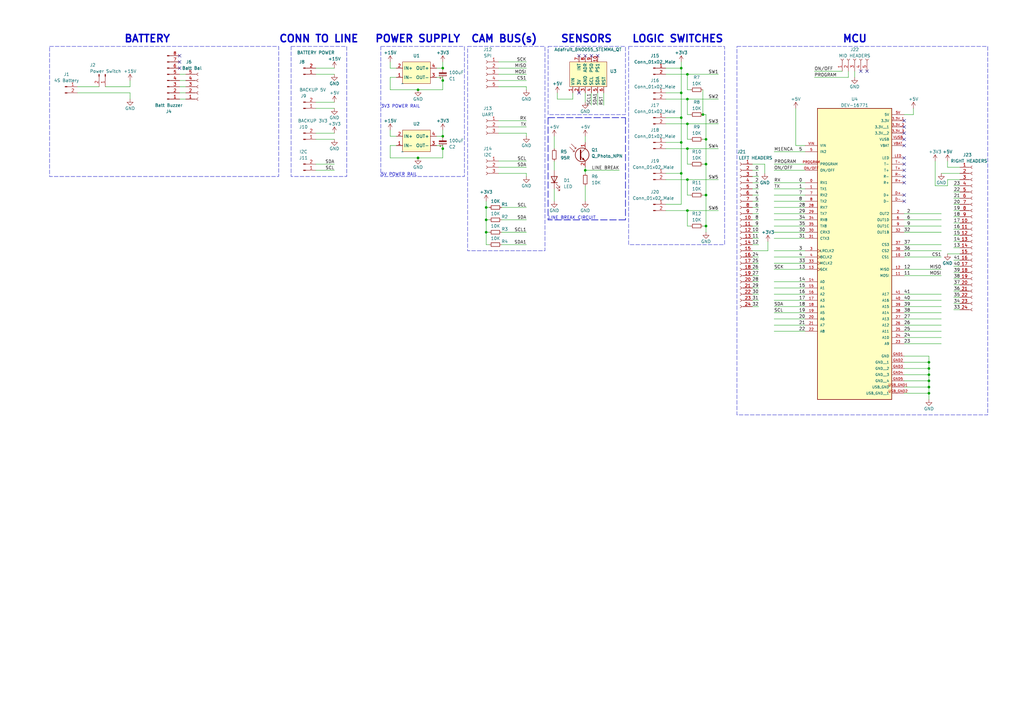
<source format=kicad_sch>
(kicad_sch (version 20230121) (generator eeschema)
  (paper "A3")
  (lib_symbols
    (symbol "+5V_1" (power) (pin_names (offset 0))
      (property "Value" "+5V_1" (at 0 3.556 0))
      (symbol "+5V_1_1_1"
        (pin power_in line (at 0 0 90) (length 0) hide (name "+5V") (number "1"))
      )
    )
    (symbol "Adafruit BNO055 STEMMA QT:Adafruit_BNO055_STEMMA_QT"
      (property "Reference" "U" (at -12.7 0 90))
      (property "Value" "Adafruit_BNO055_STEMMA_QT" (at -10.16 0 90))
      (symbol "Adafruit_BNO055_STEMMA_QT_1_1"
        (pin input line (at -6.35 -7.62 90) (length 2.54) (name "VIN") (number "1"))
        (pin input line (at 3.81 7.62 270) (length 2.54) (name "PS1") (number "10"))
        (pin input line (at -3.81 -7.62 90) (length 2.54) (name "3V") (number "2"))
        (pin input line (at -1.27 -7.62 90) (length 2.54) (name "GND") (number "3"))
        (pin input line (at 1.27 -7.62 90) (length 2.54) (name "SCL") (number "4"))
        (pin input line (at 3.81 -7.62 90) (length 2.54) (name "SDA") (number "5"))
        (pin input line (at 6.35 -7.62 90) (length 2.54) (name "RST") (number "6"))
        (pin input line (at -3.81 7.62 270) (length 2.54) (name "INT") (number "7"))
        (pin input line (at -1.27 7.62 270) (length 2.54) (name "ADR") (number "8"))
        (pin input line (at 1.27 7.62 270) (length 2.54) (name "PS0") (number "9"))
      )
    )
    (symbol "Connector:Conn_01x02_Male" (pin_names (offset 1.016) hide)
      (property "Reference" "J" (at 0 2.54 0))
      (property "Value" "Conn_01x02_Male" (at 0 -5.08 0))
      (symbol "Conn_01x02_Male_1_1"
        (pin passive line (at 5.08 0 180) (length 3.81) (name "Pin_1") (number "1"))
        (pin passive line (at 5.08 -2.54 180) (length 3.81) (name "Pin_2") (number "2"))
      )
    )
    (symbol "Connector:Conn_01x02_Pin" (pin_names (offset 1.016) hide)
      (property "Reference" "J" (at 0 2.54 0))
      (property "Value" "Conn_01x02_Pin" (at 0 -5.08 0))
      (symbol "Conn_01x02_Pin_1_1"
        (pin passive line (at 5.08 0 180) (length 3.81) (name "Pin_1") (number "1"))
        (pin passive line (at 5.08 -2.54 180) (length 3.81) (name "Pin_2") (number "2"))
      )
    )
    (symbol "Connector:Conn_01x03_Socket" (pin_names (offset 1.016) hide)
      (property "Reference" "J" (at 0 5.08 0))
      (property "Value" "Conn_01x03_Socket" (at 0 -5.08 0))
      (symbol "Conn_01x03_Socket_1_1"
        (pin passive line (at -5.08 2.54 0) (length 3.81) (name "Pin_1") (number "1"))
        (pin passive line (at -5.08 0 0) (length 3.81) (name "Pin_2") (number "2"))
        (pin passive line (at -5.08 -2.54 0) (length 3.81) (name "Pin_3") (number "3"))
      )
    )
    (symbol "Connector:Conn_01x05_Socket" (pin_names (offset 1.016) hide)
      (property "Reference" "J" (at 0 7.62 0))
      (property "Value" "Conn_01x05_Socket" (at 0 -7.62 0))
      (symbol "Conn_01x05_Socket_1_1"
        (pin passive line (at -5.08 5.08 0) (length 3.81) (name "Pin_1") (number "1"))
        (pin passive line (at -5.08 2.54 0) (length 3.81) (name "Pin_2") (number "2"))
        (pin passive line (at -5.08 0 0) (length 3.81) (name "Pin_3") (number "3"))
        (pin passive line (at -5.08 -2.54 0) (length 3.81) (name "Pin_4") (number "4"))
        (pin passive line (at -5.08 -5.08 0) (length 3.81) (name "Pin_5") (number "5"))
      )
    )
    (symbol "Connector:Conn_01x08_Pin" (pin_names (offset 1.016) hide)
      (property "Reference" "J" (at 0 10.16 0))
      (property "Value" "Conn_01x08_Pin" (at 0 -12.7 0))
      (symbol "Conn_01x08_Pin_1_1"
        (pin passive line (at 5.08 7.62 180) (length 3.81) (name "Pin_1") (number "1"))
        (pin passive line (at 5.08 5.08 180) (length 3.81) (name "Pin_2") (number "2"))
        (pin passive line (at 5.08 2.54 180) (length 3.81) (name "Pin_3") (number "3"))
        (pin passive line (at 5.08 0 180) (length 3.81) (name "Pin_4") (number "4"))
        (pin passive line (at 5.08 -2.54 180) (length 3.81) (name "Pin_5") (number "5"))
        (pin passive line (at 5.08 -5.08 180) (length 3.81) (name "Pin_6") (number "6"))
        (pin passive line (at 5.08 -7.62 180) (length 3.81) (name "Pin_7") (number "7"))
        (pin passive line (at 5.08 -10.16 180) (length 3.81) (name "Pin_8") (number "8"))
      )
    )
    (symbol "Connector:Conn_01x24_Female" (pin_names (offset 1.016) hide)
      (property "Reference" "J" (at 0 30.48 0))
      (property "Value" "Conn_01x24_Female" (at 0 -33.02 0))
      (symbol "Conn_01x24_Female_1_1"
        (pin passive line (at -5.08 27.94 0) (length 3.81) (name "Pin_1") (number "1"))
        (pin passive line (at -5.08 5.08 0) (length 3.81) (name "Pin_10") (number "10"))
        (pin passive line (at -5.08 2.54 0) (length 3.81) (name "Pin_11") (number "11"))
        (pin passive line (at -5.08 0 0) (length 3.81) (name "Pin_12") (number "12"))
        (pin passive line (at -5.08 -2.54 0) (length 3.81) (name "Pin_13") (number "13"))
        (pin passive line (at -5.08 -5.08 0) (length 3.81) (name "Pin_14") (number "14"))
        (pin passive line (at -5.08 -7.62 0) (length 3.81) (name "Pin_15") (number "15"))
        (pin passive line (at -5.08 -10.16 0) (length 3.81) (name "Pin_16") (number "16"))
        (pin passive line (at -5.08 -12.7 0) (length 3.81) (name "Pin_17") (number "17"))
        (pin passive line (at -5.08 -15.24 0) (length 3.81) (name "Pin_18") (number "18"))
        (pin passive line (at -5.08 -17.78 0) (length 3.81) (name "Pin_19") (number "19"))
        (pin passive line (at -5.08 25.4 0) (length 3.81) (name "Pin_2") (number "2"))
        (pin passive line (at -5.08 -20.32 0) (length 3.81) (name "Pin_20") (number "20"))
        (pin passive line (at -5.08 -22.86 0) (length 3.81) (name "Pin_21") (number "21"))
        (pin passive line (at -5.08 -25.4 0) (length 3.81) (name "Pin_22") (number "22"))
        (pin passive line (at -5.08 -27.94 0) (length 3.81) (name "Pin_23") (number "23"))
        (pin passive line (at -5.08 -30.48 0) (length 3.81) (name "Pin_24") (number "24"))
        (pin passive line (at -5.08 22.86 0) (length 3.81) (name "Pin_3") (number "3"))
        (pin passive line (at -5.08 20.32 0) (length 3.81) (name "Pin_4") (number "4"))
        (pin passive line (at -5.08 17.78 0) (length 3.81) (name "Pin_5") (number "5"))
        (pin passive line (at -5.08 15.24 0) (length 3.81) (name "Pin_6") (number "6"))
        (pin passive line (at -5.08 12.7 0) (length 3.81) (name "Pin_7") (number "7"))
        (pin passive line (at -5.08 10.16 0) (length 3.81) (name "Pin_8") (number "8"))
        (pin passive line (at -5.08 7.62 0) (length 3.81) (name "Pin_9") (number "9"))
      )
    )
    (symbol "Converter_DCDC:DC-DC_Multi-output_Buck_Converter"
      (property "Reference" "U" (at 0 1.27 0))
      (symbol "DC-DC_Multi-output_Buck_Converter_1_1"
        (pin input line (at -2.54 -2.54 0) (length 2.54) (name "IN-") (number "1"))
        (pin input line (at -2.54 -6.35 0) (length 2.54) (name "IN+") (number "2"))
        (pin input line (at 13.97 -2.54 180) (length 2.54) (name "OUT-") (number "3"))
        (pin input line (at 13.97 -6.35 180) (length 2.54) (name "OUT+") (number "4"))
      )
    )
    (symbol "DEV-16771:DEV-16771" (pin_names (offset 1.016))
      (property "Reference" "U" (at -15.24 52.07 0))
      (property "Value" "DEV-16771" (at -15.24 -71.12 0))
      (symbol "DEV-16771_0_0"
        (pin bidirectional line (at -20.32 20.32 0) (length 5.08) (name "RX1") (number "0"))
        (pin bidirectional line (at -20.32 17.78 0) (length 5.08) (name "TX1") (number "1"))
        (pin bidirectional line (at 20.32 -10.16 180) (length 5.08) (name "CS1") (number "10"))
        (pin bidirectional line (at 20.32 -17.78 180) (length 5.08) (name "MOSI") (number "11"))
        (pin bidirectional line (at 20.32 -15.24 180) (length 5.08) (name "MISO") (number "12"))
        (pin bidirectional clock (at -20.32 -15.24 0) (length 5.08) (name "SCK") (number "13"))
        (pin bidirectional line (at -20.32 -20.32 0) (length 5.08) (name "A0") (number "14"))
        (pin bidirectional line (at -20.32 -22.86 0) (length 5.08) (name "A1") (number "15"))
        (pin bidirectional line (at -20.32 -25.4 0) (length 5.08) (name "A2") (number "16"))
        (pin bidirectional line (at -20.32 -27.94 0) (length 5.08) (name "A3") (number "17"))
        (pin bidirectional line (at -20.32 -30.48 0) (length 5.08) (name "A4") (number "18"))
        (pin bidirectional line (at -20.32 -33.02 0) (length 5.08) (name "A5") (number "19"))
        (pin output line (at 20.32 7.62 180) (length 5.08) (name "OUT2") (number "2"))
        (pin bidirectional line (at -20.32 -35.56 0) (length 5.08) (name "A6") (number "20"))
        (pin bidirectional line (at -20.32 -38.1 0) (length 5.08) (name "A7") (number "21"))
        (pin bidirectional line (at -20.32 -40.64 0) (length 5.08) (name "A8") (number "22"))
        (pin bidirectional line (at 20.32 -45.72 180) (length 5.08) (name "A9") (number "23"))
        (pin bidirectional line (at 20.32 -43.18 180) (length 5.08) (name "A10") (number "24"))
        (pin bidirectional line (at 20.32 -40.64 180) (length 5.08) (name "A11") (number "25"))
        (pin bidirectional line (at 20.32 -38.1 180) (length 5.08) (name "A12") (number "26"))
        (pin bidirectional line (at 20.32 -35.56 180) (length 5.08) (name "A13") (number "27"))
        (pin bidirectional line (at -20.32 10.16 0) (length 5.08) (name "RX7") (number "28"))
        (pin bidirectional line (at -20.32 7.62 0) (length 5.08) (name "TX7") (number "29"))
        (pin bidirectional clock (at -20.32 -7.62 0) (length 5.08) (name "LRCLK2") (number "3"))
        (pin power_in line (at 20.32 45.72 180) (length 5.08) (name "3.3V") (number "3.3V_1"))
        (pin power_in line (at 20.32 43.18 180) (length 5.08) (name "3.3V__1") (number "3.3V_2"))
        (pin power_in line (at 20.32 40.64 180) (length 5.08) (name "3.3V__2") (number "3.3V_3"))
        (pin bidirectional line (at -20.32 0 0) (length 5.08) (name "CRX3") (number "30"))
        (pin bidirectional line (at -20.32 -2.54 0) (length 5.08) (name "CTX3") (number "31"))
        (pin output line (at 20.32 0 180) (length 5.08) (name "OUT1B") (number "32"))
        (pin bidirectional clock (at -20.32 -12.7 0) (length 5.08) (name "MCLK2") (number "33"))
        (pin bidirectional line (at -20.32 5.08 0) (length 5.08) (name "RX8") (number "34"))
        (pin bidirectional line (at -20.32 2.54 0) (length 5.08) (name "TX8") (number "35"))
        (pin bidirectional line (at 20.32 -7.62 180) (length 5.08) (name "CS2") (number "36"))
        (pin bidirectional line (at 20.32 -5.08 180) (length 5.08) (name "CS3") (number "37"))
        (pin bidirectional line (at 20.32 -33.02 180) (length 5.08) (name "A14") (number "38"))
        (pin bidirectional line (at 20.32 -30.48 180) (length 5.08) (name "A15") (number "39"))
        (pin bidirectional clock (at -20.32 -10.16 0) (length 5.08) (name "BCLK2") (number "4"))
        (pin bidirectional line (at 20.32 -27.94 180) (length 5.08) (name "A16") (number "40"))
        (pin bidirectional line (at 20.32 -25.4 180) (length 5.08) (name "A17") (number "41"))
        (pin bidirectional line (at -20.32 33.02 0) (length 5.08) (name "IN2") (number "5"))
        (pin power_in line (at 20.32 48.26 180) (length 5.08) (name "5V") (number "5V"))
        (pin output line (at 20.32 5.08 180) (length 5.08) (name "OUT1D") (number "6"))
        (pin bidirectional line (at -20.32 15.24 0) (length 5.08) (name "RX2") (number "7"))
        (pin bidirectional line (at -20.32 12.7 0) (length 5.08) (name "TX2") (number "8"))
        (pin output line (at 20.32 2.54 180) (length 5.08) (name "OUT1C") (number "9"))
        (pin bidirectional line (at 20.32 15.24 180) (length 5.08) (name "D+") (number "D+"))
        (pin bidirectional line (at 20.32 12.7 180) (length 5.08) (name "D-") (number "D-"))
        (pin power_in line (at 20.32 -50.8 180) (length 5.08) (name "GND") (number "GND1"))
        (pin power_in line (at 20.32 -53.34 180) (length 5.08) (name "GND__1") (number "GND2"))
        (pin power_in line (at 20.32 -55.88 180) (length 5.08) (name "GND__2") (number "GND3"))
        (pin power_in line (at 20.32 -58.42 180) (length 5.08) (name "GND__3") (number "GND4"))
        (pin power_in line (at 20.32 -60.96 180) (length 5.08) (name "GND__4") (number "GND5"))
        (pin bidirectional line (at 20.32 30.48 180) (length 5.08) (name "LED") (number "LED"))
        (pin bidirectional line (at -20.32 25.4 0) (length 5.08) (name "ON/OFF") (number "ON/OFF"))
        (pin bidirectional line (at -20.32 27.94 0) (length 5.08) (name "PROGRAM") (number "PROGRAM"))
        (pin bidirectional line (at 20.32 20.32 180) (length 5.08) (name "R+") (number "R+"))
        (pin bidirectional line (at 20.32 22.86 180) (length 5.08) (name "R-") (number "R-"))
        (pin bidirectional line (at 20.32 25.4 180) (length 5.08) (name "T+") (number "T+"))
        (pin bidirectional line (at 20.32 27.94 180) (length 5.08) (name "T-") (number "T-"))
        (pin power_in line (at 20.32 -63.5 180) (length 5.08) (name "USB_GND") (number "USB_GND1"))
        (pin power_in line (at 20.32 -66.04 180) (length 5.08) (name "USB_GND__1") (number "USB_GND2"))
        (pin passive line (at 20.32 35.56 180) (length 5.08) (name "VBAT") (number "VBAT"))
        (pin input line (at -20.32 35.56 0) (length 5.08) (name "VIN") (number "VIN"))
        (pin passive line (at 20.32 38.1 180) (length 5.08) (name "VUSB") (number "VUSB"))
      )
    )
    (symbol "Device:C_Polarized_Small" (pin_numbers hide) (pin_names (offset 0.254) hide)
      (property "Reference" "C" (at 0.254 1.778 0))
      (property "Value" "C_Polarized_Small" (at 0.254 -2.032 0))
      (symbol "C_Polarized_Small_1_1"
        (pin passive line (at 0 2.54 270) (length 1.8542) (name "~") (number "1"))
        (pin passive line (at 0 -2.54 90) (length 1.8542) (name "~") (number "2"))
      )
    )
    (symbol "Device:LED" (pin_numbers hide) (pin_names (offset 1.016) hide)
      (property "Reference" "D" (at 0 2.54 0))
      (property "Value" "LED" (at 0 -2.54 0))
      (symbol "LED_1_1"
        (pin passive line (at -3.81 0 0) (length 2.54) (name "K") (number "1"))
        (pin passive line (at 3.81 0 180) (length 2.54) (name "A") (number "2"))
      )
    )
    (symbol "Device:Q_Photo_NPN" (pin_names (offset 0) hide)
      (property "Reference" "Q" (at 5.08 1.27 0))
      (property "Value" "Q_Photo_NPN" (at 5.08 -1.27 0))
      (symbol "Q_Photo_NPN_1_1"
        (pin passive line (at 2.54 5.08 270) (length 2.54) (name "C") (number "1"))
        (pin passive line (at 2.54 -5.08 90) (length 2.54) (name "E") (number "2"))
      )
    )
    (symbol "Device:R_Small" (pin_numbers hide) (pin_names (offset 0.254) hide)
      (property "Reference" "R" (at 0.762 0.508 0))
      (property "Value" "R_Small" (at 0.762 -1.016 0))
      (symbol "R_Small_1_1"
        (pin passive line (at 0 2.54 270) (length 0.762) (name "~") (number "1"))
        (pin passive line (at 0 -2.54 90) (length 0.762) (name "~") (number "2"))
      )
    )
    (symbol "power:+15V" (power) (pin_names (offset 0))
      (property "Value" "+15V" (at 0 3.556 0))
      (symbol "+15V_1_1"
        (pin power_in line (at 0 0 90) (length 0) hide (name "+15V") (number "1"))
      )
    )
    (symbol "power:+3V3" (power) (pin_names (offset 0))
      (property "Value" "+3V3" (at 0 3.556 0))
      (symbol "+3V3_1_1"
        (pin power_in line (at 0 0 90) (length 0) hide (name "+3V3") (number "1"))
      )
    )
    (symbol "power:+5V" (power) (pin_names (offset 0))
      (property "Value" "+5V" (at 0 3.556 0))
      (symbol "+5V_1_1"
        (pin power_in line (at 0 0 90) (length 0) hide (name "+5V") (number "1"))
      )
    )
    (symbol "power:GND" (power) (pin_names (offset 0))
      (property "Value" "GND" (at 0 -3.81 0))
      (symbol "GND_1_1"
        (pin power_in line (at 0 0 270) (length 0) hide (name "GND") (number "1"))
      )
    )
  )
  (junction (at 288.29 46.99))
  (junction (at 289.56 67.31))
  (junction (at 281.94 73.66))
  (junction (at 281.94 30.48))
  (junction (at 281.94 50.8))
  (junction (at 199.39 90.17))
  (junction (at 171.45 36.83))
  (junction (at 381 156.21))
  (junction (at 281.94 60.96))
  (junction (at 289.56 57.15))
  (junction (at 199.39 95.25))
  (junction (at 240.03 69.85))
  (junction (at 279.4 48.26))
  (junction (at 279.4 27.94))
  (junction (at 381 153.67))
  (junction (at 289.56 80.01))
  (junction (at 381 161.29))
  (junction (at 181.61 55.88))
  (junction (at 279.4 71.12))
  (junction (at 199.39 85.09))
  (junction (at 281.94 86.36))
  (junction (at 279.4 58.42))
  (junction (at 381 158.75))
  (junction (at 281.94 40.64))
  (junction (at 289.56 92.71))
  (junction (at 279.4 38.1))
  (junction (at 181.61 33.02))
  (junction (at 181.61 60.96))
  (junction (at 381 151.13))
  (junction (at 181.61 27.94))
  (junction (at 381 148.59))
  (junction (at 171.45 64.77))
  (no_connect (at 73.66 25.4))
  (no_connect (at 240.03 22.86))
  (no_connect (at 370.84 49.53))
  (no_connect (at 370.84 64.77))
  (no_connect (at 370.84 52.07))
  (no_connect (at 370.84 82.55))
  (no_connect (at 370.84 80.01))
  (no_connect (at 245.11 22.86))
  (no_connect (at 370.84 57.15))
  (no_connect (at 237.49 22.86))
  (no_connect (at 73.66 27.94))
  (no_connect (at 355.6 29.21))
  (no_connect (at 242.57 22.86))
  (no_connect (at 370.84 72.39))
  (no_connect (at 370.84 69.85))
  (no_connect (at 73.66 22.86))
  (no_connect (at 370.84 67.31))
  (no_connect (at 370.84 74.93))
  (no_connect (at 370.84 54.61))
  (no_connect (at 370.84 59.69))
  (no_connect (at 237.49 38.1))
  (no_connect (at 353.06 29.21))
  (wire (pts (xy 317.5 130.81) (xy 330.2 130.81)))
  (wire (pts (xy 370.84 156.21) (xy 381 156.21)))
  (wire (pts (xy 317.5 110.49) (xy 330.2 110.49)))
  (wire (pts (xy 370.84 128.27) (xy 386.08 128.27)))
  (wire (pts (xy 317.5 97.79) (xy 330.2 97.79)))
  (wire (pts (xy 393.7 73.66) (xy 388.62 73.66)))
  (wire (pts (xy 381 161.29) (xy 381 163.83)))
  (wire (pts (xy 388.62 73.66) (xy 388.62 76.2)))
  (wire (pts (xy 234.95 40.64) (xy 228.6 40.64)))
  (wire (pts (xy 370.84 153.67) (xy 381 153.67)))
  (wire (pts (xy 31.75 35.56) (xy 40.64 35.56)))
  (wire (pts (xy 381 148.59) (xy 381 151.13)))
  (wire (pts (xy 205.74 95.25) (xy 215.9 95.25)))
  (wire (pts (xy 391.16 83.82) (xy 393.7 83.82)))
  (wire (pts (xy 240.03 69.85) (xy 254 69.85)))
  (wire (pts (xy 391.16 76.2) (xy 393.7 76.2)))
  (wire (pts (xy 347.98 29.21) (xy 347.98 31.75)))
  (wire (pts (xy 181.61 27.94) (xy 181.61 25.4)))
  (wire (pts (xy 317.5 120.65) (xy 330.2 120.65)))
  (wire (pts (xy 391.16 127) (xy 393.7 127)))
  (wire (pts (xy 317.5 95.25) (xy 330.2 95.25)))
  (wire (pts (xy 311.15 80.01) (xy 308.61 80.01)))
  (wire (pts (xy 204.47 35.56) (xy 215.9 35.56)))
  (wire (pts (xy 281.94 60.96) (xy 294.64 60.96)))
  (wire (pts (xy 200.66 95.25) (xy 199.39 95.25)))
  (wire (pts (xy 281.94 50.8) (xy 294.64 50.8)))
  (wire (pts (xy 350.52 29.21) (xy 350.52 31.75)))
  (wire (pts (xy 374.65 46.99) (xy 374.65 44.45)))
  (wire (pts (xy 391.16 106.68) (xy 393.7 106.68)))
  (wire (pts (xy 171.45 36.83) (xy 181.61 36.83)))
  (wire (pts (xy 311.15 100.33) (xy 308.61 100.33)))
  (wire (pts (xy 53.34 33.02) (xy 53.34 35.56)))
  (wire (pts (xy 313.69 67.31) (xy 313.69 71.12)))
  (wire (pts (xy 391.16 116.84) (xy 393.7 116.84)))
  (wire (pts (xy 370.84 105.41) (xy 386.08 105.41)))
  (wire (pts (xy 391.16 111.76) (xy 393.7 111.76)))
  (wire (pts (xy 200.66 90.17) (xy 199.39 90.17)))
  (wire (pts (xy 311.15 74.93) (xy 308.61 74.93)))
  (wire (pts (xy 199.39 82.55) (xy 199.39 85.09)))
  (wire (pts (xy 391.16 114.3) (xy 393.7 114.3)))
  (wire (pts (xy 311.15 87.63) (xy 308.61 87.63)))
  (wire (pts (xy 242.57 43.18) (xy 242.57 38.1)))
  (wire (pts (xy 129.54 30.48) (xy 137.16 30.48)))
  (wire (pts (xy 281.94 30.48) (xy 294.64 30.48)))
  (wire (pts (xy 273.05 58.42) (xy 279.4 58.42)))
  (wire (pts (xy 289.56 57.15) (xy 289.56 67.31)))
  (wire (pts (xy 370.84 161.29) (xy 381 161.29)))
  (wire (pts (xy 181.61 60.96) (xy 181.61 59.69)))
  (wire (pts (xy 205.74 85.09) (xy 215.9 85.09)))
  (wire (pts (xy 391.16 96.52) (xy 393.7 96.52)))
  (wire (pts (xy 281.94 30.48) (xy 281.94 36.83)))
  (wire (pts (xy 204.47 27.94) (xy 215.9 27.94)))
  (wire (pts (xy 311.15 97.79) (xy 308.61 97.79)))
  (polyline (pts (xy 256.54 90.17) (xy 224.79 90.17)) (stroke (width 0.25) (type dash)))
  (wire (pts (xy 311.15 120.65) (xy 308.61 120.65)))
  (wire (pts (xy 317.5 125.73) (xy 330.2 125.73)))
  (wire (pts (xy 240.03 55.88) (xy 240.03 58.42)))
  (wire (pts (xy 289.56 80.01) (xy 289.56 92.71)))
  (wire (pts (xy 311.15 85.09) (xy 308.61 85.09)))
  (wire (pts (xy 279.4 25.4) (xy 279.4 27.94)))
  (wire (pts (xy 273.05 86.36) (xy 281.94 86.36)))
  (wire (pts (xy 317.5 123.19) (xy 330.2 123.19)))
  (wire (pts (xy 391.16 124.46) (xy 393.7 124.46)))
  (wire (pts (xy 370.84 146.05) (xy 381 146.05)))
  (wire (pts (xy 311.15 105.41) (xy 308.61 105.41)))
  (wire (pts (xy 273.05 48.26) (xy 279.4 48.26)))
  (wire (pts (xy 281.94 60.96) (xy 281.94 67.31)))
  (wire (pts (xy 317.5 92.71) (xy 330.2 92.71)))
  (wire (pts (xy 288.29 92.71) (xy 289.56 92.71)))
  (wire (pts (xy 281.94 46.99) (xy 283.21 46.99)))
  (wire (pts (xy 240.03 76.2) (xy 240.03 82.55)))
  (wire (pts (xy 370.84 92.71) (xy 386.08 92.71)))
  (wire (pts (xy 381 153.67) (xy 381 156.21)))
  (wire (pts (xy 199.39 90.17) (xy 199.39 95.25)))
  (wire (pts (xy 228.6 38.1) (xy 228.6 40.64)))
  (wire (pts (xy 317.5 90.17) (xy 330.2 90.17)))
  (wire (pts (xy 281.94 73.66) (xy 294.64 73.66)))
  (wire (pts (xy 160.02 64.77) (xy 171.45 64.77)))
  (wire (pts (xy 273.05 60.96) (xy 281.94 60.96)))
  (wire (pts (xy 245.11 43.18) (xy 245.11 38.1)))
  (polyline (pts (xy 256.54 48.26) (xy 256.54 90.17)) (stroke (width 0.25) (type dash)))
  (wire (pts (xy 227.33 66.04) (xy 227.33 69.85)))
  (wire (pts (xy 311.15 125.73) (xy 308.61 125.73)))
  (wire (pts (xy 160.02 59.69) (xy 160.02 64.77)))
  (wire (pts (xy 281.94 73.66) (xy 281.94 80.01)))
  (wire (pts (xy 199.39 100.33) (xy 199.39 95.25)))
  (wire (pts (xy 281.94 80.01) (xy 283.21 80.01)))
  (wire (pts (xy 273.05 83.82) (xy 279.4 83.82)))
  (wire (pts (xy 370.84 95.25) (xy 386.08 95.25)))
  (wire (pts (xy 281.94 50.8) (xy 281.94 57.15)))
  (wire (pts (xy 240.03 68.58) (xy 240.03 69.85)))
  (wire (pts (xy 381 158.75) (xy 381 161.29)))
  (wire (pts (xy 240.03 69.85) (xy 240.03 71.12)))
  (wire (pts (xy 171.45 64.77) (xy 181.61 64.77)))
  (wire (pts (xy 281.94 67.31) (xy 283.21 67.31)))
  (wire (pts (xy 204.47 25.4) (xy 215.9 25.4)))
  (wire (pts (xy 391.16 78.74) (xy 393.7 78.74)))
  (wire (pts (xy 388.62 68.58) (xy 393.7 68.58)))
  (wire (pts (xy 381 151.13) (xy 381 153.67)))
  (wire (pts (xy 334.01 31.75) (xy 347.98 31.75)))
  (wire (pts (xy 308.61 67.31) (xy 313.69 67.31)))
  (wire (pts (xy 370.84 46.99) (xy 374.65 46.99)))
  (wire (pts (xy 204.47 52.07) (xy 215.9 52.07)))
  (wire (pts (xy 227.33 77.47) (xy 227.33 82.55)))
  (wire (pts (xy 73.66 33.02) (xy 76.2 33.02)))
  (wire (pts (xy 370.84 100.33) (xy 386.08 100.33)))
  (wire (pts (xy 279.4 58.42) (xy 279.4 71.12)))
  (wire (pts (xy 281.94 57.15) (xy 283.21 57.15)))
  (wire (pts (xy 370.84 133.35) (xy 386.08 133.35)))
  (wire (pts (xy 288.29 67.31) (xy 289.56 67.31)))
  (wire (pts (xy 137.16 41.91) (xy 129.54 41.91)))
  (wire (pts (xy 317.5 102.87) (xy 330.2 102.87)))
  (polyline (pts (xy 224.79 48.26) (xy 256.54 48.26)) (stroke (width 0.25) (type dash)))
  (wire (pts (xy 43.18 35.56) (xy 53.34 35.56)))
  (wire (pts (xy 370.84 123.19) (xy 386.08 123.19)))
  (wire (pts (xy 53.34 40.64) (xy 53.34 38.1)))
  (wire (pts (xy 370.84 110.49) (xy 386.08 110.49)))
  (wire (pts (xy 391.16 101.6) (xy 393.7 101.6)))
  (wire (pts (xy 279.4 38.1) (xy 279.4 48.26)))
  (wire (pts (xy 370.84 135.89) (xy 386.08 135.89)))
  (wire (pts (xy 281.94 86.36) (xy 281.94 92.71)))
  (wire (pts (xy 279.4 27.94) (xy 279.4 38.1)))
  (wire (pts (xy 279.4 48.26) (xy 279.4 58.42)))
  (wire (pts (xy 391.16 93.98) (xy 393.7 93.98)))
  (wire (pts (xy 181.61 31.75) (xy 179.07 31.75)))
  (wire (pts (xy 391.16 119.38) (xy 393.7 119.38)))
  (wire (pts (xy 273.05 38.1) (xy 279.4 38.1)))
  (wire (pts (xy 391.16 88.9) (xy 393.7 88.9)))
  (wire (pts (xy 308.61 102.87) (xy 314.96 102.87)))
  (wire (pts (xy 205.74 90.17) (xy 215.9 90.17)))
  (wire (pts (xy 381 156.21) (xy 381 158.75)))
  (wire (pts (xy 317.5 69.85) (xy 330.2 69.85)))
  (wire (pts (xy 311.15 69.85) (xy 308.61 69.85)))
  (wire (pts (xy 160.02 25.4) (xy 160.02 27.94)))
  (wire (pts (xy 279.4 71.12) (xy 279.4 83.82)))
  (wire (pts (xy 311.15 115.57) (xy 308.61 115.57)))
  (wire (pts (xy 317.5 105.41) (xy 330.2 105.41)))
  (wire (pts (xy 391.16 121.92) (xy 393.7 121.92)))
  (wire (pts (xy 160.02 55.88) (xy 162.56 55.88)))
  (wire (pts (xy 247.65 43.18) (xy 247.65 38.1)))
  (wire (pts (xy 311.15 92.71) (xy 308.61 92.71)))
  (wire (pts (xy 317.5 85.09) (xy 330.2 85.09)))
  (wire (pts (xy 311.15 82.55) (xy 308.61 82.55)))
  (wire (pts (xy 179.07 55.88) (xy 181.61 55.88)))
  (wire (pts (xy 204.47 68.58) (xy 215.9 68.58)))
  (wire (pts (xy 388.62 76.2) (xy 383.54 76.2)))
  (wire (pts (xy 370.84 125.73) (xy 386.08 125.73)))
  (wire (pts (xy 370.84 102.87) (xy 386.08 102.87)))
  (wire (pts (xy 129.54 27.94) (xy 137.16 27.94)))
  (wire (pts (xy 391.16 99.06) (xy 393.7 99.06)))
  (wire (pts (xy 317.5 128.27) (xy 330.2 128.27)))
  (wire (pts (xy 330.2 59.69) (xy 326.39 59.69)))
  (polyline (pts (xy 224.79 48.26) (xy 224.79 90.17)) (stroke (width 0.25) (type dash)))
  (wire (pts (xy 370.84 151.13) (xy 381 151.13)))
  (wire (pts (xy 273.05 30.48) (xy 281.94 30.48)))
  (wire (pts (xy 204.47 54.61) (xy 215.9 54.61)))
  (wire (pts (xy 370.84 120.65) (xy 386.08 120.65)))
  (wire (pts (xy 311.15 72.39) (xy 308.61 72.39)))
  (wire (pts (xy 311.15 110.49) (xy 308.61 110.49)))
  (wire (pts (xy 76.2 35.56) (xy 73.66 35.56)))
  (wire (pts (xy 181.61 36.83) (xy 181.61 33.02)))
  (wire (pts (xy 311.15 113.03) (xy 308.61 113.03)))
  (wire (pts (xy 311.15 107.95) (xy 308.61 107.95)))
  (wire (pts (xy 311.15 118.11) (xy 308.61 118.11)))
  (wire (pts (xy 311.15 77.47) (xy 308.61 77.47)))
  (wire (pts (xy 160.02 31.75) (xy 160.02 36.83)))
  (wire (pts (xy 273.05 27.94) (xy 279.4 27.94)))
  (wire (pts (xy 137.16 67.31) (xy 129.54 67.31)))
  (wire (pts (xy 162.56 59.69) (xy 160.02 59.69)))
  (wire (pts (xy 281.94 40.64) (xy 294.64 40.64)))
  (wire (pts (xy 204.47 66.04) (xy 215.9 66.04)))
  (wire (pts (xy 317.5 87.63) (xy 330.2 87.63)))
  (wire (pts (xy 311.15 95.25) (xy 308.61 95.25)))
  (wire (pts (xy 227.33 55.88) (xy 227.33 60.96)))
  (wire (pts (xy 334.01 29.21) (xy 345.44 29.21)))
  (wire (pts (xy 204.47 33.02) (xy 215.9 33.02)))
  (wire (pts (xy 370.84 130.81) (xy 386.08 130.81)))
  (wire (pts (xy 314.96 99.06) (xy 314.96 102.87)))
  (wire (pts (xy 204.47 30.48) (xy 215.9 30.48)))
  (wire (pts (xy 383.54 66.04) (xy 383.54 76.2)))
  (wire (pts (xy 234.95 38.1) (xy 234.95 40.64)))
  (wire (pts (xy 181.61 33.02) (xy 181.61 31.75)))
  (wire (pts (xy 200.66 85.09) (xy 199.39 85.09)))
  (wire (pts (xy 391.16 86.36) (xy 393.7 86.36)))
  (wire (pts (xy 370.84 158.75) (xy 381 158.75)))
  (wire (pts (xy 317.5 82.55) (xy 330.2 82.55)))
  (wire (pts (xy 370.84 148.59) (xy 381 148.59)))
  (wire (pts (xy 199.39 85.09) (xy 199.39 90.17)))
  (wire (pts (xy 215.9 35.56) (xy 215.9 36.83)))
  (wire (pts (xy 393.7 71.12) (xy 386.08 71.12)))
  (wire (pts (xy 317.5 77.47) (xy 330.2 77.47)))
  (wire (pts (xy 288.29 46.99) (xy 289.56 46.99)))
  (wire (pts (xy 179.07 27.94) (xy 181.61 27.94)))
  (wire (pts (xy 326.39 44.45) (xy 326.39 59.69)))
  (wire (pts (xy 317.5 80.01) (xy 330.2 80.01)))
  (wire (pts (xy 388.62 68.58) (xy 388.62 66.04)))
  (wire (pts (xy 31.75 38.1) (xy 53.34 38.1)))
  (wire (pts (xy 273.05 73.66) (xy 281.94 73.66)))
  (wire (pts (xy 388.62 104.14) (xy 393.7 104.14)))
  (wire (pts (xy 317.5 133.35) (xy 330.2 133.35)))
  (wire (pts (xy 205.74 100.33) (xy 215.9 100.33)))
  (wire (pts (xy 129.54 54.61) (xy 137.16 54.61)))
  (wire (pts (xy 137.16 69.85) (xy 129.54 69.85)))
  (wire (pts (xy 240.03 38.1) (xy 240.03 41.91)))
  (wire (pts (xy 289.56 46.99) (xy 289.56 57.15)))
  (wire (pts (xy 288.29 80.01) (xy 289.56 80.01)))
  (wire (pts (xy 317.5 118.11) (xy 330.2 118.11)))
  (wire (pts (xy 181.61 59.69) (xy 179.07 59.69)))
  (wire (pts (xy 317.5 107.95) (xy 330.2 107.95)))
  (wire (pts (xy 181.61 64.77) (xy 181.61 60.96)))
  (wire (pts (xy 370.84 113.03) (xy 386.08 113.03)))
  (wire (pts (xy 317.5 67.31) (xy 330.2 67.31)))
  (wire (pts (xy 370.84 87.63) (xy 386.08 87.63)))
  (wire (pts (xy 281.94 36.83) (xy 283.21 36.83)))
  (wire (pts (xy 181.61 55.88) (xy 181.61 53.34)))
  (wire (pts (xy 273.05 71.12) (xy 279.4 71.12)))
  (wire (pts (xy 204.47 49.53) (xy 215.9 49.53)))
  (wire (pts (xy 215.9 71.12) (xy 215.9 72.39)))
  (wire (pts (xy 160.02 36.83) (xy 171.45 36.83)))
  (wire (pts (xy 288.29 36.83) (xy 288.29 46.99)))
  (wire (pts (xy 215.9 54.61) (xy 215.9 55.88)))
  (wire (pts (xy 273.05 40.64) (xy 281.94 40.64)))
  (wire (pts (xy 311.15 123.19) (xy 308.61 123.19)))
  (wire (pts (xy 370.84 138.43) (xy 386.08 138.43)))
  (wire (pts (xy 281.94 40.64) (xy 281.94 46.99)))
  (wire (pts (xy 391.16 109.22) (xy 393.7 109.22)))
  (wire (pts (xy 200.66 100.33) (xy 199.39 100.33)))
  (wire (pts (xy 137.16 44.45) (xy 129.54 44.45)))
  (wire (pts (xy 381 146.05) (xy 381 148.59)))
  (wire (pts (xy 289.56 92.71) (xy 289.56 95.25)))
  (wire (pts (xy 160.02 27.94) (xy 162.56 27.94)))
  (wire (pts (xy 386.08 140.97) (xy 370.84 140.97)))
  (wire (pts (xy 391.16 91.44) (xy 393.7 91.44)))
  (wire (pts (xy 76.2 40.64) (xy 73.66 40.64)))
  (wire (pts (xy 317.5 62.23) (xy 330.2 62.23)))
  (wire (pts (xy 317.5 115.57) (xy 330.2 115.57)))
  (wire (pts (xy 73.66 30.48) (xy 76.2 30.48)))
  (wire (pts (xy 311.15 90.17) (xy 308.61 90.17)))
  (wire (pts (xy 317.5 135.89) (xy 330.2 135.89)))
  (wire (pts (xy 129.54 57.15) (xy 137.16 57.15)))
  (wire (pts (xy 76.2 38.1) (xy 73.66 38.1)))
  (wire (pts (xy 317.5 74.93) (xy 330.2 74.93)))
  (wire (pts (xy 273.05 50.8) (xy 281.94 50.8)))
  (wire (pts (xy 204.47 71.12) (xy 215.9 71.12)))
  (wire (pts (xy 281.94 86.36) (xy 294.64 86.36)))
  (wire (pts (xy 162.56 31.75) (xy 160.02 31.75)))
  (wire (pts (xy 288.29 57.15) (xy 289.56 57.15)))
  (wire (pts (xy 391.16 81.28) (xy 393.7 81.28)))
  (wire (pts (xy 160.02 53.34) (xy 160.02 55.88)))
  (wire (pts (xy 289.56 67.31) (xy 289.56 80.01)))
  (wire (pts (xy 281.94 92.71) (xy 283.21 92.71)))
  (wire (pts (xy 370.84 90.17) (xy 386.08 90.17)))
  (rectangle (start 119.38 19.05) (end 142.24 72.39) (stroke (width 0) (type dash)))
  (rectangle (start 191.77 19.05) (end 223.52 102.87) (stroke (width 0) (type dash)))
  (rectangle (start 156.21 19.05) (end 190.5 72.39) (stroke (width 0) (type dash)))
  (rectangle (start 20.32 19.05) (end 114.3 72.39) (stroke (width 0) (type dash)))
  (rectangle (start 257.81 19.05) (end 297.18 100.33) (stroke (width 0) (type dash)))
  (rectangle (start 302.26 19.05) (end 405.13 170.18) (stroke (width 0) (type dash)))
  (rectangle (start 224.79 19.05) (end 256.54 46.99) (stroke (width 0) (type dash)))
  (text "MCU " (at 345.44 17.78 0) (effects (font (size 3 3) (thickness 0.6) bold) (justify left bottom)))
  (text "POWER SUPPLY" (at 153.67 17.78 0) (effects (font (size 3 3) (thickness 0.6) bold) (justify left bottom)))
  (text "LOGIC SWITCHES" (at 259.08 17.78 0) (effects (font (size 3 3) (thickness 0.6) bold) (justify left bottom)))
  (text "5V POWER RAIL" (at 156.21 72.39 0) (effects (font (size 1.27 1.27)) (justify left bottom)))
  (text "LINE BREAK CIRCUIT" (at 224.79 90.17 0) (effects (font (size 1.27 1.27)) (justify left bottom)))
  (text "CONN TO LINE" (at 114.3 17.78 0) (effects (font (size 3 3) (thickness 0.6) bold) (justify left bottom)))
  (text "BATTERY" (at 50.8 17.78 0) (effects (font (size 3 3) (thickness 0.6) bold) (justify left bottom)))
  (text "3V3 POWER RAIL" (at 156.21 44.45 0) (effects (font (size 1.27 1.27)) (justify left bottom)))
  (text "SENSORS" (at 229.87 17.78 0) (effects (font (size 3 3) (thickness 0.6) bold) (justify left bottom)))
  (text "CAM BUS(s)" (at 193.04 17.78 0) (effects (font (size 3 3) (thickness 0.6) bold) (justify left bottom)))
  (label "RX" (at 317.5 74.93 0))
  (label "38" (at 373.38 128.27 180))
  (label "2" (at 373.38 87.63 180))
  (label "9" (at 373.38 92.71 180))
  (label "21" (at 327.66 133.35 0))
  (label "RX" (at 215.9 49.53 180))
  (label "41" (at 373.38 120.65 180))
  (label "27" (at 373.38 130.81 180))
  (label "28" (at 311.15 115.57 180))
  (label "7" (at 327.66 80.01 0))
  (label "26" (at 311.15 110.49 180))
  (label "20" (at 327.66 130.81 0))
  (label "ON{slash}OFF" (at 334.01 29.21 0))
  (label "19" (at 327.66 128.27 0))
  (label "ON{slash}OFF" (at 317.5 69.85 0))
  (label "16" (at 391.16 93.98 0))
  (label "18" (at 391.16 88.9 0))
  (label "TX" (at 215.9 52.07 180))
  (label "5" (at 327.66 62.23 0))
  (label "30" (at 311.15 120.65 180))
  (label "13" (at 391.16 101.6 0))
  (label "21" (at 391.16 81.28 0))
  (label "29" (at 327.66 87.63 0))
  (label "13" (at 327.66 110.49 0))
  (label "18" (at 327.66 125.73 0))
  (label "19" (at 391.16 86.36 0))
  (label "25" (at 311.15 107.95 180))
  (label "CS1" (at 386.08 105.41 180))
  (label "15" (at 391.16 96.52 0))
  (label "SW5" (at 294.64 73.66 180))
  (label "6" (at 311.15 85.09 180))
  (label "31" (at 311.15 123.19 180))
  (label "MOSI" (at 386.08 113.03 180))
  (label "30" (at 327.66 95.25 0))
  (label "14" (at 391.16 99.06 0))
  (label "1" (at 327.66 77.47 0))
  (label "27" (at 311.15 113.03 180))
  (label "25" (at 373.38 135.89 180))
  (label "SW1" (at 294.64 30.48 180))
  (label "4" (at 327.66 105.41 0))
  (label "3" (at 327.66 102.87 0))
  (label "33" (at 391.16 127 0))
  (label "11" (at 373.38 113.03 180))
  (label "32" (at 373.38 95.25 180))
  (label "33" (at 327.66 107.95 0))
  (label "SW2" (at 294.64 40.64 180))
  (label "SDA1" (at 215.9 100.33 180))
  (label "23" (at 373.38 140.97 180))
  (label "SW4" (at 294.64 60.96 180))
  (label "SDA" (at 137.16 67.31 180))
  (label "34" (at 391.16 124.46 0))
  (label "26" (at 373.38 133.35 180))
  (label "6" (at 373.38 90.17 180))
  (label "0" (at 311.15 69.85 180))
  (label "SCL" (at 137.16 69.85 180))
  (label "SDA" (at 215.9 68.58 180))
  (label "M1ENCA" (at 317.5 62.23 0))
  (label "MISO" (at 386.08 110.49 180))
  (label "34" (at 327.66 90.17 0))
  (label "SW3" (at 294.64 50.8 180))
  (label "14" (at 327.66 115.57 0))
  (label "MISO" (at 215.9 27.94 180))
  (label "37" (at 373.38 100.33 180))
  (label "SCL1" (at 242.57 43.18 90))
  (label "40" (at 391.16 109.22 0))
  (label "CS1" (at 215.9 33.02 180))
  (label "5" (at 311.15 82.55 180))
  (label "PROGRAM" (at 334.01 31.75 0))
  (label "SCK" (at 317.5 110.49 0))
  (label "15" (at 327.66 118.11 0))
  (label "40" (at 373.38 123.19 180))
  (label "10" (at 373.38 105.41 180))
  (label "3" (at 311.15 77.47 180))
  (label "0" (at 327.66 74.93 0))
  (label "16" (at 327.66 120.65 0))
  (label "28" (at 327.66 85.09 0))
  (label "LINE BREAK" (at 254 69.85 180))
  (label "35" (at 391.16 121.92 0))
  (label "4" (at 311.15 80.01 180))
  (label "SCL" (at 317.5 128.27 0))
  (label "36" (at 373.38 102.87 180))
  (label "1" (at 311.15 72.39 180))
  (label "20" (at 391.16 83.82 0))
  (label "17" (at 327.66 123.19 0))
  (label "41" (at 391.16 106.68 0))
  (label "24" (at 311.15 105.41 180))
  (label "12" (at 373.38 110.49 180))
  (label "39" (at 373.38 125.73 180))
  (label "32" (at 311.15 125.73 180))
  (label "39" (at 391.16 111.76 0))
  (label "37" (at 391.16 116.84 0))
  (label "22" (at 391.16 78.74 0))
  (label "23" (at 391.16 76.2 0))
  (label "SCK" (at 215.9 25.4 180))
  (label "SDA" (at 215.9 90.17 180))
  (label "8" (at 327.66 82.55 0))
  (label "SCL" (at 215.9 85.09 180))
  (label "35" (at 327.66 92.71 0))
  (label "29" (at 311.15 118.11 180))
  (label "RST" (at 247.65 43.18 90))
  (label "MOSI" (at 215.9 30.48 180))
  (label "2" (at 311.15 74.93 180))
  (label "22" (at 327.66 135.89 0))
  (label "36" (at 391.16 119.38 0))
  (label "24" (at 373.38 138.43 180))
  (label "SDA" (at 317.5 125.73 0))
  (label "SW6" (at 294.64 86.36 180))
  (label "SCL" (at 215.9 66.04 180))
  (label "8" (at 311.15 90.17 180))
  (label "7" (at 311.15 87.63 180))
  (label "11" (at 311.15 97.79 180))
  (label "SDA1" (at 245.11 43.18 90))
  (label "TX" (at 317.5 77.47 0))
  (label "38" (at 391.16 114.3 0))
  (label "17" (at 391.16 91.44 0))
  (label "12" (at 311.15 100.33 180))
  (label "10" (at 311.15 95.25 180))
  (label "SCL1" (at 215.9 95.25 180))
  (label "9" (at 311.15 92.71 180))
  (label "PROGRAM" (at 317.5 67.31 0))
  (label "31" (at 327.66 97.79 0))
  (symbol (lib_id "Device:C_Polarized_Small") (at 181.61 30.48 0) (mirror x) (unit 1)
    (property "Reference" "C1" (at 184.15 32.2961 0) (effects (justify left)))
    (property "Value" "100uF" (at 184.15 29.7561 0) (effects (justify left)))
    (property "Footprint" "Capacitor_THT:CP_Radial_D10.0mm_P5.00mm" (effects hide))
  )
  (symbol (lib_id "power:+3V3") (at 279.4 25.4 0) (unit 1)
    (property "Reference" "#PWR025" (effects hide))
    (property "Value" "+3V3" (at 279.4 21.59 0))
  )
  (symbol (lib_id "Connector:Conn_01x03_Socket") (at 199.39 52.07 0) (mirror y) (unit 1)
    (property "Reference" "J13" (at 200.025 44.45 0))
    (property "Value" "UART" (at 200.025 46.99 0))
    (property "Footprint" "Connector_PinSocket_2.54mm:PinSocket_1x03_P2.54mm_Vertical" (effects hide))
  )
  (symbol (lib_id "power:GND") (at 215.9 55.88 0) (unit 1)
    (property "Reference" "#PWR017" (effects hide))
    (property "Value" "GND" (at 215.9 59.69 0))
  )
  (symbol (lib_id "Connector:Conn_01x02_Male") (at 267.97 48.26 0) (unit 1)
    (property "Reference" "J17" (at 268.605 43.18 0))
    (property "Value" "Conn_01x02_Male" (at 268.605 45.72 0))
    (property "Footprint" "Connector_JST:JST_XH_B2B-XH-A_1x02_P2.50mm_Vertical" (effects hide))
  )
  (symbol (lib_id "Device:R_Small") (at 203.2 85.09 270) (mirror x) (unit 1)
    (property "Reference" "R1" (at 207.01 83.82 90))
    (property "Value" "10K" (at 203.2 82.55 90))
    (property "Footprint" "Resistor_SMD:R_0805_2012Metric" (effects hide))
  )
  (symbol (lib_id "Connector:Conn_01x03_Socket") (at 199.39 68.58 0) (mirror y) (unit 1)
    (property "Reference" "J14" (at 200.025 60.96 0))
    (property "Value" "I2C" (at 200.025 63.5 0))
    (property "Footprint" "Connector_PinSocket_2.54mm:PinSocket_1x04_P2.54mm_Vertical" (effects hide))
  )
  (symbol (lib_id "power:GND") (at 381 163.83 0) (unit 1)
    (property "Reference" "#PWR032" (effects hide))
    (property "Value" "GND" (at 381 167.64 0))
  )
  (symbol (lib_id "Connector:Conn_01x05_Socket") (at 81.28 35.56 0) (mirror x) (unit 1)
    (property "Reference" "J6" (at 77.47 25.4 0))
    (property "Value" "Batt Bal" (at 78.74 27.94 0))
  )
  (symbol (lib_id "Connector:Conn_01x02_Male") (at 124.46 69.85 0) (mirror x) (unit 1)
    (property "Reference" "J11" (at 124.46 64.77 0))
    (property "Value" "I2C" (at 124.46 62.23 0))
    (property "Footprint" "Connector_AMASS:AMASS_XT30U-F_1x02_P5.0mm_Vertical" (effects hide))
  )
  (symbol (lib_id "power:+5V") (at 227.33 55.88 0) (unit 1)
    (property "Reference" "#PWR019" (effects hide))
    (property "Value" "+5V" (at 227.33 52.07 0))
  )
  (symbol (lib_id "power:+5V") (at 228.6 38.1 0) (unit 1)
    (property "Reference" "#PWR021" (effects hide))
    (property "Value" "+5V" (at 228.6 34.29 0))
  )
  (symbol (lib_id "power:+15V") (at 160.02 53.34 0) (unit 1)
    (property "Reference" "#PWR010" (effects hide))
    (property "Value" "+15V" (at 160.02 49.53 0))
  )
  (symbol (lib_id "Device:LED") (at 227.33 73.66 90) (unit 1)
    (property "Reference" "D1" (at 231.14 73.9775 90) (effects (justify right)))
    (property "Value" "LED" (at 231.14 76.5175 90) (effects (justify right)))
    (property "Footprint" "5mm Pitch 2-Pin Screw Terminal Block:5mm Pitch 2-Pin Screw Terminal Block" (effects hide))
  )
  (symbol (lib_id "power:GND") (at 388.62 104.14 0) (unit 1)
    (property "Reference" "#PWR036" (effects hide))
    (property "Value" "GND" (at 388.62 107.95 0))
  )
  (symbol (lib_id "DEV-16771:DEV-16771") (at 350.52 95.25 0) (unit 1)
    (property "Reference" "U4" (at 350.52 40.64 0))
    (property "Value" "DEV-16771" (at 350.52 43.18 0))
    (property "Footprint" "DEV-16771:MODULE_DEV-16771" (effects hide))
    (property "PARTREV" "4.1" (effects hide))
    (property "MANUFACTURER" "SparkFun Electronics" (effects hide))
    (property "MAXIMUM_PACKAGE_HEIGHT" "4.07mm" (effects hide))
    (property "STANDARD" "Manufacturer recommendations" (effects hide))
  )
  (symbol (lib_id "Connector:Conn_01x05_Socket") (at 350.52 24.13 90) (unit 1)
    (property "Reference" "J22" (at 350.52 20.32 90))
    (property "Value" "MID HEADERS" (at 350.52 22.86 90))
    (property "Footprint" "Connector_PinHeader_2.54mm:PinHeader_1x05_P2.54mm_Vertical" (effects hide))
  )
  (symbol (lib_id "Adafruit BNO055 STEMMA QT:Adafruit_BNO055_STEMMA_QT") (at 241.3 30.48 0) (unit 1)
    (property "Reference" "U3" (at 250.19 29.2099 0) (effects (justify left)))
    (property "Value" "Adafruit_BNO055_STEMMA_QT" (at 227.33 20.32 0) (effects (justify left)))
    (property "Footprint" "2.3 PCBs:Adafruit IMU BNO055" (effects hide))
  )
  (symbol (lib_id "Device:R_Small") (at 285.75 67.31 90) (unit 1)
    (property "Reference" "R10" (at 285.75 62.23 90))
    (property "Value" "10K" (at 285.75 64.77 90))
    (property "Footprint" "Resistor_SMD:R_0805_2012Metric" (effects hide))
  )
  (symbol (lib_id "Connector:Conn_01x02_Male") (at 124.46 44.45 0) (mirror x) (unit 1)
    (property "Reference" "J9" (at 124.46 39.37 0))
    (property "Value" "BACKUP 5V" (at 128.27 36.83 0))
    (property "Footprint" "Connector_AMASS:AMASS_XT30U-F_1x02_P5.0mm_Vertical" (effects hide))
  )
  (symbol (lib_id "Connector:Conn_01x02_Pin") (at 43.18 30.48 270) (unit 1)
    (property "Reference" "J2" (at 36.83 26.67 90) (effects (justify left)))
    (property "Value" "Power Switch" (at 36.83 29.21 90) (effects (justify left)))
    (property "Footprint" "Connector_AMASS:AMASS_XT30UPB-F_1x02_P5.0mm_Vertical" (effects hide))
  )
  (symbol (lib_id "power:GND") (at 215.9 36.83 0) (unit 1)
    (property "Reference" "#PWR016" (effects hide))
    (property "Value" "GND" (at 215.9 40.64 0))
  )
  (symbol (lib_id "Device:R_Small") (at 203.2 100.33 270) (mirror x) (unit 1)
    (property "Reference" "R4" (at 207.01 99.06 90))
    (property "Value" "10K" (at 203.2 97.79 90))
    (property "Footprint" "Resistor_SMD:R_0805_2012Metric" (effects hide))
  )
  (symbol (lib_id "Device:C_Polarized_Small") (at 181.61 58.42 0) (mirror x) (unit 1)
    (property "Reference" "C2" (at 184.15 60.2361 0) (effects (justify left)))
    (property "Value" "100uF" (at 184.15 57.6961 0) (effects (justify left)))
    (property "Footprint" "Capacitor_THT:CP_Radial_D10.0mm_P5.00mm" (effects hide))
  )
  (symbol (lib_id "Connector:Conn_01x02_Male") (at 124.46 57.15 0) (mirror x) (unit 1)
    (property "Reference" "J10" (at 124.46 52.07 0))
    (property "Value" "BACKUP 3V3" (at 128.27 49.53 0))
    (property "Footprint" "Connector_AMASS:AMASS_XT30U-F_1x02_P5.0mm_Vertical" (effects hide))
  )
  (symbol (lib_id "power:GND") (at 289.56 95.25 0) (unit 1)
    (property "Reference" "#PWR026" (effects hide))
    (property "Value" "GND" (at 289.56 99.06 0))
  )
  (symbol (lib_id "power:GND") (at 137.16 44.45 0) (unit 1)
    (property "Reference" "#PWR06" (effects hide))
    (property "Value" "GND" (at 137.16 48.26 0))
  )
  (symbol (lib_id "power:+15V") (at 160.02 25.4 0) (unit 1)
    (property "Reference" "#PWR09" (effects hide))
    (property "Value" "+15V" (at 160.02 21.59 0))
  )
  (symbol (lib_id "power:GND") (at 240.03 82.55 0) (unit 1)
    (property "Reference" "#PWR024" (effects hide))
    (property "Value" "GND" (at 240.03 86.36 0))
  )
  (symbol (lib_id "Device:R_Small") (at 285.75 57.15 90) (unit 1)
    (property "Reference" "R9" (at 285.75 52.07 90))
    (property "Value" "10K" (at 285.75 54.61 90))
    (property "Footprint" "Resistor_SMD:R_0805_2012Metric" (effects hide))
  )
  (symbol (lib_id "Device:R_Small") (at 227.33 63.5 0) (unit 1)
    (property "Reference" "R5" (at 229.87 62.23 0) (effects (justify left)))
    (property "Value" "95R" (at 229.87 64.77 0) (effects (justify left)))
    (property "Footprint" "Resistor_SMD:R_0805_2012Metric" (effects hide))
  )
  (symbol (lib_id "Connector:Conn_01x02_Male") (at 267.97 83.82 0) (unit 1)
    (property "Reference" "J20" (at 268.605 78.74 0))
    (property "Value" "Conn_01x02_Male" (at 267.97 81.28 0))
    (property "Footprint" "Connector_JST:JST_XH_B2B-XH-A_1x02_P2.50mm_Vertical" (effects hide))
  )
  (symbol (lib_name "+5V_1") (lib_id "power:+5V") (at 137.16 41.91 0) (unit 1)
    (property "Reference" "#PWR05" (effects hide))
    (property "Value" "+5V" (at 137.16 38.1 0))
  )
  (symbol (lib_id "power:GND") (at 350.52 31.75 0) (unit 1)
    (property "Reference" "#PWR030" (effects hide))
    (property "Value" "GND" (at 350.52 35.56 0))
  )
  (symbol (lib_id "Device:R_Small") (at 285.75 80.01 90) (unit 1)
    (property "Reference" "R11" (at 285.75 74.93 90))
    (property "Value" "10K" (at 285.75 77.47 90))
    (property "Footprint" "Resistor_SMD:R_0805_2012Metric" (effects hide))
  )
  (symbol (lib_id "power:GND") (at 137.16 57.15 0) (unit 1)
    (property "Reference" "#PWR08" (effects hide))
    (property "Value" "GND" (at 137.16 60.96 0))
  )
  (symbol (lib_id "power:+15V") (at 137.16 27.94 0) (unit 1)
    (property "Reference" "#PWR03" (effects hide))
    (property "Value" "+15V" (at 137.16 24.13 0))
  )
  (symbol (lib_id "power:+5V") (at 388.62 66.04 0) (unit 1)
    (property "Reference" "#PWR035" (effects hide))
    (property "Value" "+5V" (at 388.62 62.23 0))
  )
  (symbol (lib_id "power:+15V") (at 53.34 33.02 0) (unit 1)
    (property "Reference" "#PWR01" (effects hide))
    (property "Value" "+15V" (at 53.34 29.21 0))
  )
  (symbol (lib_id "power:GND") (at 386.08 71.12 0) (unit 1)
    (property "Reference" "#PWR034" (effects hide))
    (property "Value" "GND" (at 386.08 74.93 0))
  )
  (symbol (lib_id "Connector:Conn_01x08_Pin") (at 68.58 33.02 0) (mirror x) (unit 1)
    (property "Reference" "J4" (at 69.215 45.72 0))
    (property "Value" "Batt Buzzer" (at 69.215 43.18 0))
    (property "Footprint" "Connector_PinSocket_2.54mm:PinSocket_1x08_P2.54mm_Vertical" (effects hide))
  )
  (symbol (lib_id "Connector:Conn_01x02_Male") (at 124.46 30.48 0) (mirror x) (unit 1)
    (property "Reference" "J8" (at 123.825 25.4 0))
    (property "Value" "BATTERY POWER" (at 129.54 21.59 0))
    (property "Footprint" "Connector_AMASS:AMASS_XT30U-F_1x02_P5.0mm_Vertical" (effects hide))
  )
  (symbol (lib_id "Device:R_Small") (at 203.2 95.25 270) (mirror x) (unit 1)
    (property "Reference" "R3" (at 207.01 93.98 90))
    (property "Value" "10K" (at 203.2 92.71 90))
    (property "Footprint" "Resistor_SMD:R_0805_2012Metric" (effects hide))
  )
  (symbol (lib_id "power:GND") (at 137.16 30.48 0) (unit 1)
    (property "Reference" "#PWR04" (effects hide))
    (property "Value" "GND" (at 137.16 34.29 0))
  )
  (symbol (lib_id "Device:R_Small") (at 285.75 36.83 90) (unit 1)
    (property "Reference" "R7" (at 285.75 31.75 90))
    (property "Value" "10K" (at 285.75 34.29 90))
    (property "Footprint" "Resistor_SMD:R_0805_2012Metric" (effects hide))
  )
  (symbol (lib_id "Connector:Conn_01x24_Female") (at 303.53 95.25 0) (mirror y) (unit 1)
    (property "Reference" "J21" (at 304.165 62.23 0))
    (property "Value" "LEFT HEADERS" (at 309.88 64.77 0))
    (property "Footprint" "Connector_PinHeader_2.54mm:PinHeader_1x24_P2.54mm_Vertical" (effects hide))
  )
  (symbol (lib_id "Connector:Conn_01x02_Pin") (at 26.67 35.56 0) (unit 1)
    (property "Reference" "J1" (at 27.305 30.48 0))
    (property "Value" "4S Battery" (at 27.305 33.02 0))
    (property "Footprint" "Connector_AMASS:AMASS_XT60-M_1x02_P7.20mm_Vertical" (effects hide))
  )
  (symbol (lib_id "Device:R_Small") (at 203.2 90.17 270) (mirror x) (unit 1)
    (property "Reference" "R2" (at 207.01 88.9 90))
    (property "Value" "10K" (at 203.2 87.63 90))
    (property "Footprint" "Resistor_SMD:R_0805_2012Metric" (effects hide))
  )
  (symbol (lib_id "Device:R_Small") (at 285.75 46.99 90) (unit 1)
    (property "Reference" "R8" (at 285.75 41.91 90))
    (property "Value" "10K" (at 285.75 44.45 90))
    (property "Footprint" "Resistor_SMD:R_0805_2012Metric" (effects hide))
  )
  (symbol (lib_id "Device:R_Small") (at 240.03 73.66 0) (unit 1)
    (property "Reference" "R6" (at 242.57 72.39 0) (effects (justify left)))
    (property "Value" "10K" (at 242.57 74.93 0) (effects (justify left)))
    (property "Footprint" "Resistor_SMD:R_0805_2012Metric" (effects hide))
  )
  (symbol (lib_id "power:+5V") (at 374.65 44.45 0) (mirror y) (unit 1)
    (property "Reference" "#PWR031" (effects hide))
    (property "Value" "+5V" (at 374.65 40.64 0))
  )
  (symbol (lib_id "power:+5V") (at 326.39 44.45 0) (mirror y) (unit 1)
    (property "Reference" "#PWR029" (effects hide))
    (property "Value" "+5V" (at 326.39 40.64 0))
  )
  (symbol (lib_id "power:GND") (at 171.45 64.77 0) (unit 1)
    (property "Reference" "#PWR012" (effects hide))
    (property "Value" "GND" (at 171.45 68.58 0))
  )
  (symbol (lib_id "Connector:Conn_01x02_Male") (at 267.97 58.42 0) (unit 1)
    (property "Reference" "J18" (at 268.605 53.34 0))
    (property "Value" "Conn_01x02_Male" (at 268.605 55.88 0))
    (property "Footprint" "Connector_JST:JST_XH_B2B-XH-A_1x02_P2.50mm_Vertical" (effects hide))
  )
  (symbol (lib_id "power:GND") (at 313.69 71.12 0) (unit 1)
    (property "Reference" "#PWR027" (effects hide))
    (property "Value" "GND" (at 313.69 74.93 0))
  )
  (symbol (lib_id "Device:Q_Photo_NPN") (at 237.49 63.5 0) (unit 1)
    (property "Reference" "Q1" (at 242.57 61.4807 0) (effects (justify left)))
    (property "Value" "Q_Photo_NPN" (at 242.57 64.0207 0) (effects (justify left)))
    (property "Footprint" "5mm Pitch 2-Pin Screw Terminal Block:5mm Pitch 2-Pin Screw Terminal Block" (effects hide))
  )
  (symbol (lib_id "power:+3V3") (at 181.61 53.34 0) (unit 1)
    (property "Reference" "#PWR014" (effects hide))
    (property "Value" "+3V3" (at 181.61 49.53 0))
  )
  (symbol (lib_id "power:GND") (at 227.33 82.55 0) (unit 1)
    (property "Reference" "#PWR020" (effects hide))
    (property "Value" "GND" (at 227.33 86.36 0))
  )
  (symbol (lib_id "power:+3V3") (at 181.61 25.4 0) (unit 1)
    (property "Reference" "#PWR013" (effects hide))
    (property "Value" "+3V3" (at 181.61 21.59 0))
  )
  (symbol (lib_id "power:GND") (at 215.9 72.39 0) (unit 1)
    (property "Reference" "#PWR018" (effects hide))
    (property "Value" "GND" (at 215.9 76.2 0))
  )
  (symbol (lib_id "Converter_DCDC:DC-DC_Multi-output_Buck_Converter") (at 165.1 34.29 0) (mirror x) (unit 1)
    (property "Reference" "U1" (at 170.815 22.86 0))
    (property "Value" "~" (at 165.1 34.29 0))
    (property "Footprint" "Converter_DCDC:DC-DC Multi-output Buck Converter" (effects hide))
  )
  (symbol (lib_id "Connector:Conn_01x02_Male") (at 267.97 27.94 0) (unit 1)
    (property "Reference" "J15" (at 268.605 22.86 0))
    (property "Value" "Conn_01x02_Male" (at 268.605 25.4 0))
    (property "Footprint" "Connector_JST:JST_XH_B2B-XH-A_1x02_P2.50mm_Vertical" (effects hide))
  )
  (symbol (lib_id "power:+3V3") (at 199.39 82.55 0) (unit 1)
    (property "Reference" "#PWR015" (effects hide))
    (property "Value" "+3V3" (at 199.39 78.74 0))
  )
  (symbol (lib_id "Connector:Conn_01x02_Male") (at 267.97 38.1 0) (unit 1)
    (property "Reference" "J16" (at 268.605 33.02 0))
    (property "Value" "Conn_01x02_Male" (at 268.605 35.56 0))
    (property "Footprint" "Connector_JST:JST_XH_B2B-XH-A_1x02_P2.50mm_Vertical" (effects hide))
  )
  (symbol (lib_id "Device:R_Small") (at 285.75 92.71 90) (unit 1)
    (property "Reference" "R12" (at 285.75 87.63 90))
    (property "Value" "10K" (at 285.75 90.17 90))
    (property "Footprint" "Resistor_SMD:R_0805_2012Metric" (effects hide))
  )
  (symbol (lib_id "power:+3V3") (at 137.16 54.61 0) (unit 1)
    (property "Reference" "#PWR07" (effects hide))
    (property "Value" "+3V3" (at 137.16 50.8 0))
  )
  (symbol (lib_id "power:GND") (at 53.34 40.64 0) (unit 1)
    (property "Reference" "#PWR02" (effects hide))
    (property "Value" "GND" (at 53.34 44.45 0))
  )
  (symbol (lib_id "Connector:Conn_01x02_Male") (at 267.97 71.12 0) (unit 1)
    (property "Reference" "J19" (at 268.605 66.04 0))
    (property "Value" "Conn_01x02_Male" (at 267.97 68.58 0))
    (property "Footprint" "Connector_JST:JST_XH_B2B-XH-A_1x02_P2.50mm_Vertical" (effects hide))
  )
  (symbol (lib_id "power:GND") (at 240.03 41.91 0) (unit 1)
    (property "Reference" "#PWR022" (effects hide))
    (property "Value" "GND" (at 240.03 45.72 0))
  )
  (symbol (lib_id "Connector:Conn_01x05_Socket") (at 199.39 30.48 0) (mirror y) (unit 1)
    (property "Reference" "J12" (at 200.025 20.32 0))
    (property "Value" "SPI" (at 200.025 22.86 0))
    (property "Footprint" "Connector_PinSocket_2.54mm:PinSocket_1x05_P2.54mm_Vertical" (effects hide))
  )
  (symbol (lib_id "power:+5V") (at 240.03 55.88 0) (unit 1)
    (property "Reference" "#PWR023" (effects hide))
    (property "Value" "+5V" (at 240.03 52.07 0))
  )
  (symbol (lib_id "power:+3V3") (at 383.54 66.04 0) (unit 1)
    (property "Reference" "#PWR033" (effects hide))
    (property "Value" "+3V3" (at 383.54 62.23 0))
  )
  (symbol (lib_id "Converter_DCDC:DC-DC_Multi-output_Buck_Converter") (at 165.1 62.23 0) (mirror x) (unit 1)
    (property "Reference" "U2" (at 170.815 50.8 0))
    (property "Value" "~" (at 165.1 62.23 0))
    (property "Footprint" "Converter_DCDC:DC-DC Multi-output Buck Converter" (effects hide))
  )
  (symbol (lib_id "power:+3V3") (at 314.96 99.06 0) (unit 1)
    (property "Reference" "#PWR028" (effects hide))
    (property "Value" "+3V3" (at 314.96 95.25 0))
  )
  (symbol (lib_id "Connector:Conn_01x24_Female") (at 398.78 96.52 0) (unit 1)
    (property "Reference" "J23" (at 394.97 63.5 0) (effects (justify left)))
    (property "Value" "RIGHT HEADERS" (at 389.89 66.04 0) (effects (justify left)))
    (property "Footprint" "Connector_PinHeader_2.54mm:PinHeader_1x24_P2.54mm_Vertical" (effects hide))
  )
  (symbol (lib_id "power:GND") (at 171.45 36.83 0) (unit 1)
    (property "Reference" "#PWR011" (effects hide))
    (property "Value" "GND" (at 171.45 40.64 0))
  )
)
</source>
